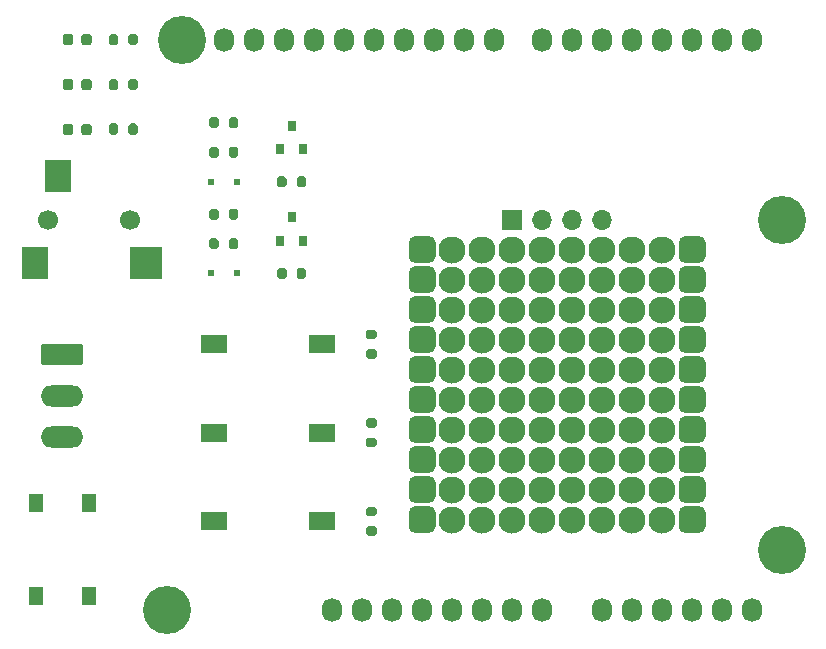
<source format=gbr>
%TF.GenerationSoftware,KiCad,Pcbnew,(5.1.10)-1*%
%TF.CreationDate,2021-11-04T15:07:12-05:00*%
%TF.ProjectId,KVLShield,4b564c53-6869-4656-9c64-2e6b69636164,1.0*%
%TF.SameCoordinates,Original*%
%TF.FileFunction,Soldermask,Top*%
%TF.FilePolarity,Negative*%
%FSLAX46Y46*%
G04 Gerber Fmt 4.6, Leading zero omitted, Abs format (unit mm)*
G04 Created by KiCad (PCBNEW (5.1.10)-1) date 2021-11-04 15:07:12*
%MOMM*%
%LPD*%
G01*
G04 APERTURE LIST*
%ADD10C,1.700000*%
%ADD11R,2.800000X2.800000*%
%ADD12R,2.200000X2.800000*%
%ADD13R,1.300000X1.550000*%
%ADD14R,0.800000X0.900000*%
%ADD15C,2.300000*%
%ADD16R,2.180000X1.600000*%
%ADD17R,0.500000X0.500000*%
%ADD18O,3.600000X1.800000*%
%ADD19O,1.727200X2.032000*%
%ADD20C,4.064000*%
%ADD21R,1.700000X1.700000*%
%ADD22O,1.700000X1.700000*%
G04 APERTURE END LIST*
D10*
%TO.C,J3*%
X121848000Y-90805000D03*
X114848000Y-90805000D03*
D11*
X123148000Y-94505000D03*
D12*
X113748000Y-94505000D03*
X115748000Y-87105000D03*
%TD*%
D13*
%TO.C,SW1*%
X113828000Y-122720000D03*
X118328000Y-122720000D03*
X118328000Y-114770000D03*
X113828000Y-114770000D03*
%TD*%
D14*
%TO.C,Q1*%
X135498000Y-82865000D03*
X136448000Y-84865000D03*
X134548000Y-84865000D03*
%TD*%
D15*
%TO.C, *%
X166878000Y-111125000D03*
%TD*%
%TO.C, *%
X166878000Y-98425000D03*
%TD*%
%TO.C, *%
X166878000Y-108585000D03*
%TD*%
%TO.C, *%
X166878000Y-113665000D03*
%TD*%
%TO.C, *%
X166878000Y-116205000D03*
%TD*%
%TO.C, *%
X166878000Y-106045000D03*
%TD*%
%TO.C, *%
X166878000Y-103505000D03*
%TD*%
%TO.C, *%
X166878000Y-100965000D03*
%TD*%
%TO.C, *%
X166878000Y-95885000D03*
%TD*%
%TO.C, *%
X166878000Y-93345000D03*
%TD*%
%TO.C, *%
X164338000Y-111125000D03*
%TD*%
%TO.C, *%
X164338000Y-98425000D03*
%TD*%
%TO.C, *%
X164338000Y-108585000D03*
%TD*%
%TO.C, *%
X164338000Y-113665000D03*
%TD*%
%TO.C, *%
X164338000Y-116205000D03*
%TD*%
%TO.C, *%
X164338000Y-106045000D03*
%TD*%
%TO.C, *%
X164338000Y-103505000D03*
%TD*%
%TO.C, *%
X164338000Y-100965000D03*
%TD*%
%TO.C, *%
X164338000Y-95885000D03*
%TD*%
%TO.C, *%
X164338000Y-93345000D03*
%TD*%
%TO.C, *%
X161798000Y-111125000D03*
%TD*%
%TO.C, *%
X161798000Y-98425000D03*
%TD*%
%TO.C, *%
X161798000Y-108585000D03*
%TD*%
%TO.C, *%
X161798000Y-113665000D03*
%TD*%
%TO.C, *%
X161798000Y-116205000D03*
%TD*%
%TO.C, *%
X161798000Y-106045000D03*
%TD*%
%TO.C, *%
X161798000Y-103505000D03*
%TD*%
%TO.C, *%
X161798000Y-100965000D03*
%TD*%
%TO.C, *%
X161798000Y-95885000D03*
%TD*%
%TO.C, *%
X161798000Y-93345000D03*
%TD*%
%TO.C, *%
X159258000Y-111125000D03*
%TD*%
%TO.C, *%
X159258000Y-98425000D03*
%TD*%
%TO.C, *%
X159258000Y-108585000D03*
%TD*%
%TO.C, *%
X159258000Y-113665000D03*
%TD*%
%TO.C, *%
X159258000Y-116205000D03*
%TD*%
%TO.C, *%
X159258000Y-106045000D03*
%TD*%
%TO.C, *%
X159258000Y-103505000D03*
%TD*%
%TO.C, *%
X159258000Y-100965000D03*
%TD*%
%TO.C, *%
X159258000Y-95885000D03*
%TD*%
%TO.C, *%
X159258000Y-93345000D03*
%TD*%
%TO.C, *%
X156718000Y-111125000D03*
%TD*%
%TO.C, *%
X156718000Y-98425000D03*
%TD*%
%TO.C, *%
X156718000Y-108585000D03*
%TD*%
%TO.C, *%
X156718000Y-113665000D03*
%TD*%
%TO.C, *%
X156718000Y-116205000D03*
%TD*%
%TO.C, *%
X156718000Y-106045000D03*
%TD*%
%TO.C, *%
X156718000Y-103505000D03*
%TD*%
%TO.C, *%
X156718000Y-100965000D03*
%TD*%
%TO.C, *%
X156718000Y-95885000D03*
%TD*%
%TO.C, *%
X156718000Y-93345000D03*
%TD*%
%TO.C, *%
X154178000Y-111125000D03*
%TD*%
%TO.C, *%
X154178000Y-98425000D03*
%TD*%
%TO.C, *%
X154178000Y-108585000D03*
%TD*%
%TO.C, *%
X154178000Y-113665000D03*
%TD*%
%TO.C, *%
X154178000Y-116205000D03*
%TD*%
%TO.C, *%
X154178000Y-106045000D03*
%TD*%
%TO.C, *%
X154178000Y-103505000D03*
%TD*%
%TO.C, *%
X154178000Y-100965000D03*
%TD*%
%TO.C, *%
X154178000Y-95885000D03*
%TD*%
%TO.C, *%
X154178000Y-93345000D03*
%TD*%
%TO.C, *%
X151638000Y-111125000D03*
%TD*%
%TO.C, *%
X151638000Y-98425000D03*
%TD*%
%TO.C, *%
X151638000Y-108585000D03*
%TD*%
%TO.C, *%
X151638000Y-113665000D03*
%TD*%
%TO.C, *%
X151638000Y-116205000D03*
%TD*%
%TO.C, *%
X151638000Y-106045000D03*
%TD*%
%TO.C, *%
X151638000Y-103505000D03*
%TD*%
%TO.C, *%
X151638000Y-100965000D03*
%TD*%
%TO.C, *%
X151638000Y-95885000D03*
%TD*%
%TO.C, *%
X151638000Y-93345000D03*
%TD*%
%TO.C, *%
X149098000Y-116205000D03*
%TD*%
%TO.C, *%
X149098000Y-113665000D03*
%TD*%
%TO.C, *%
X149098000Y-111125000D03*
%TD*%
%TO.C, *%
X149098000Y-108585000D03*
%TD*%
%TO.C, *%
X149098000Y-106045000D03*
%TD*%
%TO.C, *%
X149098000Y-103505000D03*
%TD*%
%TO.C, *%
X149098000Y-100965000D03*
%TD*%
%TO.C, *%
X149098000Y-98425000D03*
%TD*%
%TO.C, *%
X149098000Y-95885000D03*
%TD*%
%TO.C, *%
G36*
G01*
X168268000Y-116780000D02*
X168268000Y-115630000D01*
G75*
G02*
X168843000Y-115055000I575000J0D01*
G01*
X169993000Y-115055000D01*
G75*
G02*
X170568000Y-115630000I0J-575000D01*
G01*
X170568000Y-116780000D01*
G75*
G02*
X169993000Y-117355000I-575000J0D01*
G01*
X168843000Y-117355000D01*
G75*
G02*
X168268000Y-116780000I0J575000D01*
G01*
G37*
%TD*%
%TO.C, *%
G36*
G01*
X168268000Y-114240000D02*
X168268000Y-113090000D01*
G75*
G02*
X168843000Y-112515000I575000J0D01*
G01*
X169993000Y-112515000D01*
G75*
G02*
X170568000Y-113090000I0J-575000D01*
G01*
X170568000Y-114240000D01*
G75*
G02*
X169993000Y-114815000I-575000J0D01*
G01*
X168843000Y-114815000D01*
G75*
G02*
X168268000Y-114240000I0J575000D01*
G01*
G37*
%TD*%
%TO.C, *%
G36*
G01*
X168268000Y-111700000D02*
X168268000Y-110550000D01*
G75*
G02*
X168843000Y-109975000I575000J0D01*
G01*
X169993000Y-109975000D01*
G75*
G02*
X170568000Y-110550000I0J-575000D01*
G01*
X170568000Y-111700000D01*
G75*
G02*
X169993000Y-112275000I-575000J0D01*
G01*
X168843000Y-112275000D01*
G75*
G02*
X168268000Y-111700000I0J575000D01*
G01*
G37*
%TD*%
%TO.C, *%
G36*
G01*
X168268000Y-109160000D02*
X168268000Y-108010000D01*
G75*
G02*
X168843000Y-107435000I575000J0D01*
G01*
X169993000Y-107435000D01*
G75*
G02*
X170568000Y-108010000I0J-575000D01*
G01*
X170568000Y-109160000D01*
G75*
G02*
X169993000Y-109735000I-575000J0D01*
G01*
X168843000Y-109735000D01*
G75*
G02*
X168268000Y-109160000I0J575000D01*
G01*
G37*
%TD*%
%TO.C, *%
G36*
G01*
X168268000Y-106620000D02*
X168268000Y-105470000D01*
G75*
G02*
X168843000Y-104895000I575000J0D01*
G01*
X169993000Y-104895000D01*
G75*
G02*
X170568000Y-105470000I0J-575000D01*
G01*
X170568000Y-106620000D01*
G75*
G02*
X169993000Y-107195000I-575000J0D01*
G01*
X168843000Y-107195000D01*
G75*
G02*
X168268000Y-106620000I0J575000D01*
G01*
G37*
%TD*%
%TO.C, *%
G36*
G01*
X168268000Y-104080000D02*
X168268000Y-102930000D01*
G75*
G02*
X168843000Y-102355000I575000J0D01*
G01*
X169993000Y-102355000D01*
G75*
G02*
X170568000Y-102930000I0J-575000D01*
G01*
X170568000Y-104080000D01*
G75*
G02*
X169993000Y-104655000I-575000J0D01*
G01*
X168843000Y-104655000D01*
G75*
G02*
X168268000Y-104080000I0J575000D01*
G01*
G37*
%TD*%
%TO.C, *%
G36*
G01*
X168268000Y-101540000D02*
X168268000Y-100390000D01*
G75*
G02*
X168843000Y-99815000I575000J0D01*
G01*
X169993000Y-99815000D01*
G75*
G02*
X170568000Y-100390000I0J-575000D01*
G01*
X170568000Y-101540000D01*
G75*
G02*
X169993000Y-102115000I-575000J0D01*
G01*
X168843000Y-102115000D01*
G75*
G02*
X168268000Y-101540000I0J575000D01*
G01*
G37*
%TD*%
%TO.C, *%
G36*
G01*
X168268000Y-99000000D02*
X168268000Y-97850000D01*
G75*
G02*
X168843000Y-97275000I575000J0D01*
G01*
X169993000Y-97275000D01*
G75*
G02*
X170568000Y-97850000I0J-575000D01*
G01*
X170568000Y-99000000D01*
G75*
G02*
X169993000Y-99575000I-575000J0D01*
G01*
X168843000Y-99575000D01*
G75*
G02*
X168268000Y-99000000I0J575000D01*
G01*
G37*
%TD*%
%TO.C, *%
G36*
G01*
X168268000Y-96460000D02*
X168268000Y-95310000D01*
G75*
G02*
X168843000Y-94735000I575000J0D01*
G01*
X169993000Y-94735000D01*
G75*
G02*
X170568000Y-95310000I0J-575000D01*
G01*
X170568000Y-96460000D01*
G75*
G02*
X169993000Y-97035000I-575000J0D01*
G01*
X168843000Y-97035000D01*
G75*
G02*
X168268000Y-96460000I0J575000D01*
G01*
G37*
%TD*%
%TO.C, *%
G36*
G01*
X145408000Y-116780000D02*
X145408000Y-115630000D01*
G75*
G02*
X145983000Y-115055000I575000J0D01*
G01*
X147133000Y-115055000D01*
G75*
G02*
X147708000Y-115630000I0J-575000D01*
G01*
X147708000Y-116780000D01*
G75*
G02*
X147133000Y-117355000I-575000J0D01*
G01*
X145983000Y-117355000D01*
G75*
G02*
X145408000Y-116780000I0J575000D01*
G01*
G37*
%TD*%
%TO.C, *%
G36*
G01*
X145408000Y-114240000D02*
X145408000Y-113090000D01*
G75*
G02*
X145983000Y-112515000I575000J0D01*
G01*
X147133000Y-112515000D01*
G75*
G02*
X147708000Y-113090000I0J-575000D01*
G01*
X147708000Y-114240000D01*
G75*
G02*
X147133000Y-114815000I-575000J0D01*
G01*
X145983000Y-114815000D01*
G75*
G02*
X145408000Y-114240000I0J575000D01*
G01*
G37*
%TD*%
%TO.C, *%
G36*
G01*
X145408000Y-111700000D02*
X145408000Y-110550000D01*
G75*
G02*
X145983000Y-109975000I575000J0D01*
G01*
X147133000Y-109975000D01*
G75*
G02*
X147708000Y-110550000I0J-575000D01*
G01*
X147708000Y-111700000D01*
G75*
G02*
X147133000Y-112275000I-575000J0D01*
G01*
X145983000Y-112275000D01*
G75*
G02*
X145408000Y-111700000I0J575000D01*
G01*
G37*
%TD*%
%TO.C, *%
G36*
G01*
X145408000Y-109160000D02*
X145408000Y-108010000D01*
G75*
G02*
X145983000Y-107435000I575000J0D01*
G01*
X147133000Y-107435000D01*
G75*
G02*
X147708000Y-108010000I0J-575000D01*
G01*
X147708000Y-109160000D01*
G75*
G02*
X147133000Y-109735000I-575000J0D01*
G01*
X145983000Y-109735000D01*
G75*
G02*
X145408000Y-109160000I0J575000D01*
G01*
G37*
%TD*%
%TO.C, *%
G36*
G01*
X145408000Y-106620000D02*
X145408000Y-105470000D01*
G75*
G02*
X145983000Y-104895000I575000J0D01*
G01*
X147133000Y-104895000D01*
G75*
G02*
X147708000Y-105470000I0J-575000D01*
G01*
X147708000Y-106620000D01*
G75*
G02*
X147133000Y-107195000I-575000J0D01*
G01*
X145983000Y-107195000D01*
G75*
G02*
X145408000Y-106620000I0J575000D01*
G01*
G37*
%TD*%
%TO.C, *%
G36*
G01*
X145408000Y-104080000D02*
X145408000Y-102930000D01*
G75*
G02*
X145983000Y-102355000I575000J0D01*
G01*
X147133000Y-102355000D01*
G75*
G02*
X147708000Y-102930000I0J-575000D01*
G01*
X147708000Y-104080000D01*
G75*
G02*
X147133000Y-104655000I-575000J0D01*
G01*
X145983000Y-104655000D01*
G75*
G02*
X145408000Y-104080000I0J575000D01*
G01*
G37*
%TD*%
%TO.C, *%
G36*
G01*
X145408000Y-101540000D02*
X145408000Y-100390000D01*
G75*
G02*
X145983000Y-99815000I575000J0D01*
G01*
X147133000Y-99815000D01*
G75*
G02*
X147708000Y-100390000I0J-575000D01*
G01*
X147708000Y-101540000D01*
G75*
G02*
X147133000Y-102115000I-575000J0D01*
G01*
X145983000Y-102115000D01*
G75*
G02*
X145408000Y-101540000I0J575000D01*
G01*
G37*
%TD*%
%TO.C, *%
G36*
G01*
X145408000Y-99000000D02*
X145408000Y-97850000D01*
G75*
G02*
X145983000Y-97275000I575000J0D01*
G01*
X147133000Y-97275000D01*
G75*
G02*
X147708000Y-97850000I0J-575000D01*
G01*
X147708000Y-99000000D01*
G75*
G02*
X147133000Y-99575000I-575000J0D01*
G01*
X145983000Y-99575000D01*
G75*
G02*
X145408000Y-99000000I0J575000D01*
G01*
G37*
%TD*%
%TO.C, *%
G36*
G01*
X145408000Y-96460000D02*
X145408000Y-95310000D01*
G75*
G02*
X145983000Y-94735000I575000J0D01*
G01*
X147133000Y-94735000D01*
G75*
G02*
X147708000Y-95310000I0J-575000D01*
G01*
X147708000Y-96460000D01*
G75*
G02*
X147133000Y-97035000I-575000J0D01*
G01*
X145983000Y-97035000D01*
G75*
G02*
X145408000Y-96460000I0J575000D01*
G01*
G37*
%TD*%
%TO.C, *%
G36*
G01*
X168268000Y-93920000D02*
X168268000Y-92770000D01*
G75*
G02*
X168843000Y-92195000I575000J0D01*
G01*
X169993000Y-92195000D01*
G75*
G02*
X170568000Y-92770000I0J-575000D01*
G01*
X170568000Y-93920000D01*
G75*
G02*
X169993000Y-94495000I-575000J0D01*
G01*
X168843000Y-94495000D01*
G75*
G02*
X168268000Y-93920000I0J575000D01*
G01*
G37*
%TD*%
%TO.C, *%
X149098000Y-93345000D03*
%TD*%
%TO.C, *%
G36*
G01*
X145408000Y-93920000D02*
X145408000Y-92770000D01*
G75*
G02*
X145983000Y-92195000I575000J0D01*
G01*
X147133000Y-92195000D01*
G75*
G02*
X147708000Y-92770000I0J-575000D01*
G01*
X147708000Y-93920000D01*
G75*
G02*
X147133000Y-94495000I-575000J0D01*
G01*
X145983000Y-94495000D01*
G75*
G02*
X145408000Y-93920000I0J575000D01*
G01*
G37*
%TD*%
D16*
%TO.C,SW4*%
X138088000Y-116365000D03*
X128908000Y-116365000D03*
%TD*%
%TO.C,SW3*%
X138088000Y-108865000D03*
X128908000Y-108865000D03*
%TD*%
%TO.C,SW2*%
X138088000Y-101365000D03*
X128908000Y-101365000D03*
%TD*%
%TO.C,R12*%
G36*
G01*
X141973000Y-116790000D02*
X142523000Y-116790000D01*
G75*
G02*
X142723000Y-116990000I0J-200000D01*
G01*
X142723000Y-117390000D01*
G75*
G02*
X142523000Y-117590000I-200000J0D01*
G01*
X141973000Y-117590000D01*
G75*
G02*
X141773000Y-117390000I0J200000D01*
G01*
X141773000Y-116990000D01*
G75*
G02*
X141973000Y-116790000I200000J0D01*
G01*
G37*
G36*
G01*
X141973000Y-115140000D02*
X142523000Y-115140000D01*
G75*
G02*
X142723000Y-115340000I0J-200000D01*
G01*
X142723000Y-115740000D01*
G75*
G02*
X142523000Y-115940000I-200000J0D01*
G01*
X141973000Y-115940000D01*
G75*
G02*
X141773000Y-115740000I0J200000D01*
G01*
X141773000Y-115340000D01*
G75*
G02*
X141973000Y-115140000I200000J0D01*
G01*
G37*
%TD*%
%TO.C,R11*%
G36*
G01*
X141973000Y-109290000D02*
X142523000Y-109290000D01*
G75*
G02*
X142723000Y-109490000I0J-200000D01*
G01*
X142723000Y-109890000D01*
G75*
G02*
X142523000Y-110090000I-200000J0D01*
G01*
X141973000Y-110090000D01*
G75*
G02*
X141773000Y-109890000I0J200000D01*
G01*
X141773000Y-109490000D01*
G75*
G02*
X141973000Y-109290000I200000J0D01*
G01*
G37*
G36*
G01*
X141973000Y-107640000D02*
X142523000Y-107640000D01*
G75*
G02*
X142723000Y-107840000I0J-200000D01*
G01*
X142723000Y-108240000D01*
G75*
G02*
X142523000Y-108440000I-200000J0D01*
G01*
X141973000Y-108440000D01*
G75*
G02*
X141773000Y-108240000I0J200000D01*
G01*
X141773000Y-107840000D01*
G75*
G02*
X141973000Y-107640000I200000J0D01*
G01*
G37*
%TD*%
%TO.C,R10*%
G36*
G01*
X141973000Y-101790000D02*
X142523000Y-101790000D01*
G75*
G02*
X142723000Y-101990000I0J-200000D01*
G01*
X142723000Y-102390000D01*
G75*
G02*
X142523000Y-102590000I-200000J0D01*
G01*
X141973000Y-102590000D01*
G75*
G02*
X141773000Y-102390000I0J200000D01*
G01*
X141773000Y-101990000D01*
G75*
G02*
X141973000Y-101790000I200000J0D01*
G01*
G37*
G36*
G01*
X141973000Y-100140000D02*
X142523000Y-100140000D01*
G75*
G02*
X142723000Y-100340000I0J-200000D01*
G01*
X142723000Y-100740000D01*
G75*
G02*
X142523000Y-100940000I-200000J0D01*
G01*
X141973000Y-100940000D01*
G75*
G02*
X141773000Y-100740000I0J200000D01*
G01*
X141773000Y-100340000D01*
G75*
G02*
X141973000Y-100140000I200000J0D01*
G01*
G37*
%TD*%
D17*
%TO.C,D2*%
X128648000Y-95365000D03*
X130848000Y-95365000D03*
%TD*%
%TO.C,D1*%
X128648000Y-87615000D03*
X130848000Y-87615000D03*
%TD*%
D18*
%TO.C,J1*%
X116078000Y-109235000D03*
X116078000Y-105735000D03*
G36*
G01*
X114528000Y-101335000D02*
X117628000Y-101335000D01*
G75*
G02*
X117878000Y-101585000I0J-250000D01*
G01*
X117878000Y-102885000D01*
G75*
G02*
X117628000Y-103135000I-250000J0D01*
G01*
X114528000Y-103135000D01*
G75*
G02*
X114278000Y-102885000I0J250000D01*
G01*
X114278000Y-101585000D01*
G75*
G02*
X114528000Y-101335000I250000J0D01*
G01*
G37*
%TD*%
%TO.C,R9*%
G36*
G01*
X120823000Y-82870000D02*
X120823000Y-83420000D01*
G75*
G02*
X120623000Y-83620000I-200000J0D01*
G01*
X120223000Y-83620000D01*
G75*
G02*
X120023000Y-83420000I0J200000D01*
G01*
X120023000Y-82870000D01*
G75*
G02*
X120223000Y-82670000I200000J0D01*
G01*
X120623000Y-82670000D01*
G75*
G02*
X120823000Y-82870000I0J-200000D01*
G01*
G37*
G36*
G01*
X122473000Y-82870000D02*
X122473000Y-83420000D01*
G75*
G02*
X122273000Y-83620000I-200000J0D01*
G01*
X121873000Y-83620000D01*
G75*
G02*
X121673000Y-83420000I0J200000D01*
G01*
X121673000Y-82870000D01*
G75*
G02*
X121873000Y-82670000I200000J0D01*
G01*
X122273000Y-82670000D01*
G75*
G02*
X122473000Y-82870000I0J-200000D01*
G01*
G37*
%TD*%
%TO.C,D5*%
G36*
G01*
X117698000Y-83441250D02*
X117698000Y-82928750D01*
G75*
G02*
X117916750Y-82710000I218750J0D01*
G01*
X118354250Y-82710000D01*
G75*
G02*
X118573000Y-82928750I0J-218750D01*
G01*
X118573000Y-83441250D01*
G75*
G02*
X118354250Y-83660000I-218750J0D01*
G01*
X117916750Y-83660000D01*
G75*
G02*
X117698000Y-83441250I0J218750D01*
G01*
G37*
G36*
G01*
X116123000Y-83441250D02*
X116123000Y-82928750D01*
G75*
G02*
X116341750Y-82710000I218750J0D01*
G01*
X116779250Y-82710000D01*
G75*
G02*
X116998000Y-82928750I0J-218750D01*
G01*
X116998000Y-83441250D01*
G75*
G02*
X116779250Y-83660000I-218750J0D01*
G01*
X116341750Y-83660000D01*
G75*
G02*
X116123000Y-83441250I0J218750D01*
G01*
G37*
%TD*%
%TO.C,D4*%
G36*
G01*
X117698000Y-79631250D02*
X117698000Y-79118750D01*
G75*
G02*
X117916750Y-78900000I218750J0D01*
G01*
X118354250Y-78900000D01*
G75*
G02*
X118573000Y-79118750I0J-218750D01*
G01*
X118573000Y-79631250D01*
G75*
G02*
X118354250Y-79850000I-218750J0D01*
G01*
X117916750Y-79850000D01*
G75*
G02*
X117698000Y-79631250I0J218750D01*
G01*
G37*
G36*
G01*
X116123000Y-79631250D02*
X116123000Y-79118750D01*
G75*
G02*
X116341750Y-78900000I218750J0D01*
G01*
X116779250Y-78900000D01*
G75*
G02*
X116998000Y-79118750I0J-218750D01*
G01*
X116998000Y-79631250D01*
G75*
G02*
X116779250Y-79850000I-218750J0D01*
G01*
X116341750Y-79850000D01*
G75*
G02*
X116123000Y-79631250I0J218750D01*
G01*
G37*
%TD*%
%TO.C,D3*%
G36*
G01*
X117698000Y-75821250D02*
X117698000Y-75308750D01*
G75*
G02*
X117916750Y-75090000I218750J0D01*
G01*
X118354250Y-75090000D01*
G75*
G02*
X118573000Y-75308750I0J-218750D01*
G01*
X118573000Y-75821250D01*
G75*
G02*
X118354250Y-76040000I-218750J0D01*
G01*
X117916750Y-76040000D01*
G75*
G02*
X117698000Y-75821250I0J218750D01*
G01*
G37*
G36*
G01*
X116123000Y-75821250D02*
X116123000Y-75308750D01*
G75*
G02*
X116341750Y-75090000I218750J0D01*
G01*
X116779250Y-75090000D01*
G75*
G02*
X116998000Y-75308750I0J-218750D01*
G01*
X116998000Y-75821250D01*
G75*
G02*
X116779250Y-76040000I-218750J0D01*
G01*
X116341750Y-76040000D01*
G75*
G02*
X116123000Y-75821250I0J218750D01*
G01*
G37*
%TD*%
D14*
%TO.C,Q2*%
X135498000Y-90615000D03*
X136448000Y-92615000D03*
X134548000Y-92615000D03*
%TD*%
%TO.C,R8*%
G36*
G01*
X120823000Y-79100000D02*
X120823000Y-79650000D01*
G75*
G02*
X120623000Y-79850000I-200000J0D01*
G01*
X120223000Y-79850000D01*
G75*
G02*
X120023000Y-79650000I0J200000D01*
G01*
X120023000Y-79100000D01*
G75*
G02*
X120223000Y-78900000I200000J0D01*
G01*
X120623000Y-78900000D01*
G75*
G02*
X120823000Y-79100000I0J-200000D01*
G01*
G37*
G36*
G01*
X122473000Y-79100000D02*
X122473000Y-79650000D01*
G75*
G02*
X122273000Y-79850000I-200000J0D01*
G01*
X121873000Y-79850000D01*
G75*
G02*
X121673000Y-79650000I0J200000D01*
G01*
X121673000Y-79100000D01*
G75*
G02*
X121873000Y-78900000I200000J0D01*
G01*
X122273000Y-78900000D01*
G75*
G02*
X122473000Y-79100000I0J-200000D01*
G01*
G37*
%TD*%
%TO.C,R7*%
G36*
G01*
X120823000Y-75290000D02*
X120823000Y-75840000D01*
G75*
G02*
X120623000Y-76040000I-200000J0D01*
G01*
X120223000Y-76040000D01*
G75*
G02*
X120023000Y-75840000I0J200000D01*
G01*
X120023000Y-75290000D01*
G75*
G02*
X120223000Y-75090000I200000J0D01*
G01*
X120623000Y-75090000D01*
G75*
G02*
X120823000Y-75290000I0J-200000D01*
G01*
G37*
G36*
G01*
X122473000Y-75290000D02*
X122473000Y-75840000D01*
G75*
G02*
X122273000Y-76040000I-200000J0D01*
G01*
X121873000Y-76040000D01*
G75*
G02*
X121673000Y-75840000I0J200000D01*
G01*
X121673000Y-75290000D01*
G75*
G02*
X121873000Y-75090000I200000J0D01*
G01*
X122273000Y-75090000D01*
G75*
G02*
X122473000Y-75290000I0J-200000D01*
G01*
G37*
%TD*%
%TO.C,R6*%
G36*
G01*
X135073000Y-95090000D02*
X135073000Y-95640000D01*
G75*
G02*
X134873000Y-95840000I-200000J0D01*
G01*
X134473000Y-95840000D01*
G75*
G02*
X134273000Y-95640000I0J200000D01*
G01*
X134273000Y-95090000D01*
G75*
G02*
X134473000Y-94890000I200000J0D01*
G01*
X134873000Y-94890000D01*
G75*
G02*
X135073000Y-95090000I0J-200000D01*
G01*
G37*
G36*
G01*
X136723000Y-95090000D02*
X136723000Y-95640000D01*
G75*
G02*
X136523000Y-95840000I-200000J0D01*
G01*
X136123000Y-95840000D01*
G75*
G02*
X135923000Y-95640000I0J200000D01*
G01*
X135923000Y-95090000D01*
G75*
G02*
X136123000Y-94890000I200000J0D01*
G01*
X136523000Y-94890000D01*
G75*
G02*
X136723000Y-95090000I0J-200000D01*
G01*
G37*
%TD*%
%TO.C,R5*%
G36*
G01*
X130173000Y-93140000D02*
X130173000Y-92590000D01*
G75*
G02*
X130373000Y-92390000I200000J0D01*
G01*
X130773000Y-92390000D01*
G75*
G02*
X130973000Y-92590000I0J-200000D01*
G01*
X130973000Y-93140000D01*
G75*
G02*
X130773000Y-93340000I-200000J0D01*
G01*
X130373000Y-93340000D01*
G75*
G02*
X130173000Y-93140000I0J200000D01*
G01*
G37*
G36*
G01*
X128523000Y-93140000D02*
X128523000Y-92590000D01*
G75*
G02*
X128723000Y-92390000I200000J0D01*
G01*
X129123000Y-92390000D01*
G75*
G02*
X129323000Y-92590000I0J-200000D01*
G01*
X129323000Y-93140000D01*
G75*
G02*
X129123000Y-93340000I-200000J0D01*
G01*
X128723000Y-93340000D01*
G75*
G02*
X128523000Y-93140000I0J200000D01*
G01*
G37*
%TD*%
%TO.C,R4*%
G36*
G01*
X130173000Y-90640000D02*
X130173000Y-90090000D01*
G75*
G02*
X130373000Y-89890000I200000J0D01*
G01*
X130773000Y-89890000D01*
G75*
G02*
X130973000Y-90090000I0J-200000D01*
G01*
X130973000Y-90640000D01*
G75*
G02*
X130773000Y-90840000I-200000J0D01*
G01*
X130373000Y-90840000D01*
G75*
G02*
X130173000Y-90640000I0J200000D01*
G01*
G37*
G36*
G01*
X128523000Y-90640000D02*
X128523000Y-90090000D01*
G75*
G02*
X128723000Y-89890000I200000J0D01*
G01*
X129123000Y-89890000D01*
G75*
G02*
X129323000Y-90090000I0J-200000D01*
G01*
X129323000Y-90640000D01*
G75*
G02*
X129123000Y-90840000I-200000J0D01*
G01*
X128723000Y-90840000D01*
G75*
G02*
X128523000Y-90640000I0J200000D01*
G01*
G37*
%TD*%
%TO.C,R3*%
G36*
G01*
X135073000Y-87340000D02*
X135073000Y-87890000D01*
G75*
G02*
X134873000Y-88090000I-200000J0D01*
G01*
X134473000Y-88090000D01*
G75*
G02*
X134273000Y-87890000I0J200000D01*
G01*
X134273000Y-87340000D01*
G75*
G02*
X134473000Y-87140000I200000J0D01*
G01*
X134873000Y-87140000D01*
G75*
G02*
X135073000Y-87340000I0J-200000D01*
G01*
G37*
G36*
G01*
X136723000Y-87340000D02*
X136723000Y-87890000D01*
G75*
G02*
X136523000Y-88090000I-200000J0D01*
G01*
X136123000Y-88090000D01*
G75*
G02*
X135923000Y-87890000I0J200000D01*
G01*
X135923000Y-87340000D01*
G75*
G02*
X136123000Y-87140000I200000J0D01*
G01*
X136523000Y-87140000D01*
G75*
G02*
X136723000Y-87340000I0J-200000D01*
G01*
G37*
%TD*%
%TO.C,R2*%
G36*
G01*
X130173000Y-85390000D02*
X130173000Y-84840000D01*
G75*
G02*
X130373000Y-84640000I200000J0D01*
G01*
X130773000Y-84640000D01*
G75*
G02*
X130973000Y-84840000I0J-200000D01*
G01*
X130973000Y-85390000D01*
G75*
G02*
X130773000Y-85590000I-200000J0D01*
G01*
X130373000Y-85590000D01*
G75*
G02*
X130173000Y-85390000I0J200000D01*
G01*
G37*
G36*
G01*
X128523000Y-85390000D02*
X128523000Y-84840000D01*
G75*
G02*
X128723000Y-84640000I200000J0D01*
G01*
X129123000Y-84640000D01*
G75*
G02*
X129323000Y-84840000I0J-200000D01*
G01*
X129323000Y-85390000D01*
G75*
G02*
X129123000Y-85590000I-200000J0D01*
G01*
X128723000Y-85590000D01*
G75*
G02*
X128523000Y-85390000I0J200000D01*
G01*
G37*
%TD*%
%TO.C,R1*%
G36*
G01*
X130173000Y-82890000D02*
X130173000Y-82340000D01*
G75*
G02*
X130373000Y-82140000I200000J0D01*
G01*
X130773000Y-82140000D01*
G75*
G02*
X130973000Y-82340000I0J-200000D01*
G01*
X130973000Y-82890000D01*
G75*
G02*
X130773000Y-83090000I-200000J0D01*
G01*
X130373000Y-83090000D01*
G75*
G02*
X130173000Y-82890000I0J200000D01*
G01*
G37*
G36*
G01*
X128523000Y-82890000D02*
X128523000Y-82340000D01*
G75*
G02*
X128723000Y-82140000I200000J0D01*
G01*
X129123000Y-82140000D01*
G75*
G02*
X129323000Y-82340000I0J-200000D01*
G01*
X129323000Y-82890000D01*
G75*
G02*
X129123000Y-83090000I-200000J0D01*
G01*
X128723000Y-83090000D01*
G75*
G02*
X128523000Y-82890000I0J200000D01*
G01*
G37*
%TD*%
D19*
%TO.C,P1*%
X156718000Y-123825000D03*
X154178000Y-123825000D03*
X151638000Y-123825000D03*
X149098000Y-123825000D03*
X146558000Y-123825000D03*
X144018000Y-123825000D03*
X141478000Y-123825000D03*
X138938000Y-123825000D03*
%TD*%
%TO.C,P2*%
X174498000Y-123825000D03*
X171958000Y-123825000D03*
X169418000Y-123825000D03*
X166878000Y-123825000D03*
X164338000Y-123825000D03*
X161798000Y-123825000D03*
%TD*%
%TO.C,P3*%
X152654000Y-75565000D03*
X150114000Y-75565000D03*
X147574000Y-75565000D03*
X145034000Y-75565000D03*
X142494000Y-75565000D03*
X139954000Y-75565000D03*
X137414000Y-75565000D03*
X134874000Y-75565000D03*
X132334000Y-75565000D03*
X129794000Y-75565000D03*
%TD*%
%TO.C,P4*%
X174498000Y-75565000D03*
X171958000Y-75565000D03*
X169418000Y-75565000D03*
X166878000Y-75565000D03*
X164338000Y-75565000D03*
X161798000Y-75565000D03*
X159258000Y-75565000D03*
X156718000Y-75565000D03*
%TD*%
D20*
%TO.C,P5*%
X124968000Y-123825000D03*
%TD*%
%TO.C,P6*%
X177038000Y-118745000D03*
%TD*%
%TO.C,P7*%
X126238000Y-75565000D03*
%TD*%
%TO.C,P8*%
X177038000Y-90805000D03*
%TD*%
D21*
%TO.C,J2*%
X154178000Y-90805000D03*
D22*
X156718000Y-90805000D03*
X159258000Y-90805000D03*
X161798000Y-90805000D03*
%TD*%
M02*

</source>
